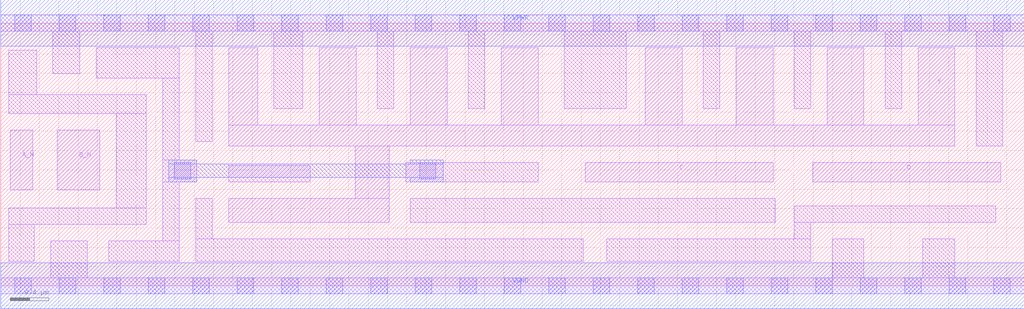
<source format=lef>
# Copyright 2020 The SkyWater PDK Authors
#
# Licensed under the Apache License, Version 2.0 (the "License");
# you may not use this file except in compliance with the License.
# You may obtain a copy of the License at
#
#     https://www.apache.org/licenses/LICENSE-2.0
#
# Unless required by applicable law or agreed to in writing, software
# distributed under the License is distributed on an "AS IS" BASIS,
# WITHOUT WARRANTIES OR CONDITIONS OF ANY KIND, either express or implied.
# See the License for the specific language governing permissions and
# limitations under the License.
#
# SPDX-License-Identifier: Apache-2.0

VERSION 5.7 ;
  NAMESCASESENSITIVE ON ;
  NOWIREEXTENSIONATPIN ON ;
  DIVIDERCHAR "/" ;
  BUSBITCHARS "[]" ;
UNITS
  DATABASE MICRONS 200 ;
END UNITS
PROPERTYDEFINITIONS
  MACRO maskLayoutSubType STRING ;
  MACRO prCellType STRING ;
  MACRO originalViewName STRING ;
END PROPERTYDEFINITIONS
MACRO sky130_fd_sc_hdll__nand4bb_4
  CLASS CORE ;
  FOREIGN sky130_fd_sc_hdll__nand4bb_4 ;
  ORIGIN  0.000000  0.000000 ;
  SIZE  10.58000 BY  2.720000 ;
  SYMMETRY X Y R90 ;
  SITE unithd ;
  PIN A_N
    ANTENNAGATEAREA  0.277500 ;
    DIRECTION INPUT ;
    USE SIGNAL ;
    PORT
      LAYER li1 ;
        RECT 0.100000 0.995000 0.330000 1.615000 ;
    END
  END A_N
  PIN B_N
    ANTENNAGATEAREA  0.277500 ;
    DIRECTION INPUT ;
    USE SIGNAL ;
    PORT
      LAYER li1 ;
        RECT 0.585000 0.995000 1.025000 1.615000 ;
    END
  END B_N
  PIN C
    ANTENNAGATEAREA  1.110000 ;
    DIRECTION INPUT ;
    USE SIGNAL ;
    PORT
      LAYER li1 ;
        RECT 6.045000 1.075000 7.985000 1.275000 ;
    END
  END C
  PIN D
    ANTENNAGATEAREA  1.110000 ;
    DIRECTION INPUT ;
    USE SIGNAL ;
    PORT
      LAYER li1 ;
        RECT 8.395000 1.075000 10.340000 1.275000 ;
    END
  END D
  PIN Y
    ANTENNADIFFAREA  2.736000 ;
    DIRECTION OUTPUT ;
    USE SIGNAL ;
    PORT
      LAYER li1 ;
        RECT 2.355000 0.655000 4.015000 0.905000 ;
        RECT 2.355000 1.445000 9.865000 1.665000 ;
        RECT 2.355000 1.665000 2.655000 2.465000 ;
        RECT 3.295000 1.665000 3.675000 2.465000 ;
        RECT 3.665000 0.905000 4.015000 1.445000 ;
        RECT 4.235000 1.665000 4.615000 2.465000 ;
        RECT 5.175000 1.665000 5.555000 2.465000 ;
        RECT 6.665000 1.665000 7.045000 2.465000 ;
        RECT 7.605000 1.665000 7.985000 2.465000 ;
        RECT 8.545000 1.665000 8.925000 2.465000 ;
        RECT 9.485000 1.665000 9.865000 2.465000 ;
    END
  END Y
  PIN VGND
    DIRECTION INOUT ;
    USE GROUND ;
    PORT
      LAYER met1 ;
        RECT 0.000000 -0.240000 10.580000 0.240000 ;
    END
  END VGND
  PIN VPWR
    DIRECTION INOUT ;
    USE POWER ;
    PORT
      LAYER met1 ;
        RECT 0.000000 2.480000 10.580000 2.960000 ;
    END
  END VPWR
  OBS
    LAYER li1 ;
      RECT  0.000000 -0.085000 10.580000 0.085000 ;
      RECT  0.000000  2.635000 10.580000 2.805000 ;
      RECT  0.085000  0.255000  0.345000 0.635000 ;
      RECT  0.085000  0.635000  1.505000 0.805000 ;
      RECT  0.085000  1.785000  1.505000 1.980000 ;
      RECT  0.085000  1.980000  0.370000 2.440000 ;
      RECT  0.515000  0.085000  0.895000 0.465000 ;
      RECT  0.540000  2.195000  0.815000 2.635000 ;
      RECT  0.985000  2.150000  1.845000 2.465000 ;
      RECT  1.115000  0.255000  1.845000 0.465000 ;
      RECT  1.195000  0.805000  1.505000 1.785000 ;
      RECT  1.675000  0.465000  1.845000 1.075000 ;
      RECT  1.675000  1.075000  2.025000 1.305000 ;
      RECT  1.675000  1.305000  1.845000 2.150000 ;
      RECT  2.015000  0.255000  6.025000 0.485000 ;
      RECT  2.015000  0.485000  2.185000 0.905000 ;
      RECT  2.015000  1.495000  2.185000 2.635000 ;
      RECT  2.355000  1.075000  3.200000 1.245000 ;
      RECT  2.825000  1.835000  3.125000 2.635000 ;
      RECT  3.895000  1.835000  4.065000 2.635000 ;
      RECT  4.185000  1.075000  5.555000 1.275000 ;
      RECT  4.235000  0.655000  8.010000 0.905000 ;
      RECT  4.835000  1.835000  5.005000 2.635000 ;
      RECT  5.825000  1.835000  6.465000 2.635000 ;
      RECT  6.265000  0.255000  8.375000 0.485000 ;
      RECT  7.265000  1.835000  7.435000 2.635000 ;
      RECT  8.205000  0.485000  8.375000 0.655000 ;
      RECT  8.205000  0.655000 10.285000 0.825000 ;
      RECT  8.205000  1.835000  8.375000 2.635000 ;
      RECT  8.595000  0.085000  8.925000 0.485000 ;
      RECT  9.145000  1.835000  9.315000 2.635000 ;
      RECT  9.535000  0.085000  9.865000 0.485000 ;
      RECT 10.085000  1.445000 10.360000 2.635000 ;
    LAYER mcon ;
      RECT  0.145000 -0.085000  0.315000 0.085000 ;
      RECT  0.145000  2.635000  0.315000 2.805000 ;
      RECT  0.605000 -0.085000  0.775000 0.085000 ;
      RECT  0.605000  2.635000  0.775000 2.805000 ;
      RECT  1.065000 -0.085000  1.235000 0.085000 ;
      RECT  1.065000  2.635000  1.235000 2.805000 ;
      RECT  1.525000 -0.085000  1.695000 0.085000 ;
      RECT  1.525000  2.635000  1.695000 2.805000 ;
      RECT  1.795000  1.105000  1.965000 1.275000 ;
      RECT  1.985000 -0.085000  2.155000 0.085000 ;
      RECT  1.985000  2.635000  2.155000 2.805000 ;
      RECT  2.445000 -0.085000  2.615000 0.085000 ;
      RECT  2.445000  2.635000  2.615000 2.805000 ;
      RECT  2.905000 -0.085000  3.075000 0.085000 ;
      RECT  2.905000  2.635000  3.075000 2.805000 ;
      RECT  3.365000 -0.085000  3.535000 0.085000 ;
      RECT  3.365000  2.635000  3.535000 2.805000 ;
      RECT  3.825000 -0.085000  3.995000 0.085000 ;
      RECT  3.825000  2.635000  3.995000 2.805000 ;
      RECT  4.285000 -0.085000  4.455000 0.085000 ;
      RECT  4.285000  2.635000  4.455000 2.805000 ;
      RECT  4.330000  1.105000  4.500000 1.275000 ;
      RECT  4.745000 -0.085000  4.915000 0.085000 ;
      RECT  4.745000  2.635000  4.915000 2.805000 ;
      RECT  5.205000 -0.085000  5.375000 0.085000 ;
      RECT  5.205000  2.635000  5.375000 2.805000 ;
      RECT  5.665000 -0.085000  5.835000 0.085000 ;
      RECT  5.665000  2.635000  5.835000 2.805000 ;
      RECT  6.125000 -0.085000  6.295000 0.085000 ;
      RECT  6.125000  2.635000  6.295000 2.805000 ;
      RECT  6.585000 -0.085000  6.755000 0.085000 ;
      RECT  6.585000  2.635000  6.755000 2.805000 ;
      RECT  7.045000 -0.085000  7.215000 0.085000 ;
      RECT  7.045000  2.635000  7.215000 2.805000 ;
      RECT  7.505000 -0.085000  7.675000 0.085000 ;
      RECT  7.505000  2.635000  7.675000 2.805000 ;
      RECT  7.965000 -0.085000  8.135000 0.085000 ;
      RECT  7.965000  2.635000  8.135000 2.805000 ;
      RECT  8.425000 -0.085000  8.595000 0.085000 ;
      RECT  8.425000  2.635000  8.595000 2.805000 ;
      RECT  8.885000 -0.085000  9.055000 0.085000 ;
      RECT  8.885000  2.635000  9.055000 2.805000 ;
      RECT  9.345000 -0.085000  9.515000 0.085000 ;
      RECT  9.345000  2.635000  9.515000 2.805000 ;
      RECT  9.805000 -0.085000  9.975000 0.085000 ;
      RECT  9.805000  2.635000  9.975000 2.805000 ;
      RECT 10.265000 -0.085000 10.435000 0.085000 ;
      RECT 10.265000  2.635000 10.435000 2.805000 ;
    LAYER met1 ;
      RECT 1.735000 1.075000 2.025000 1.120000 ;
      RECT 1.735000 1.120000 4.575000 1.260000 ;
      RECT 1.735000 1.260000 2.025000 1.305000 ;
      RECT 4.235000 1.075000 4.575000 1.120000 ;
      RECT 4.235000 1.260000 4.575000 1.305000 ;
  END
  PROPERTY maskLayoutSubType "abstract" ;
  PROPERTY prCellType "standard" ;
  PROPERTY originalViewName "layout" ;
END sky130_fd_sc_hdll__nand4bb_4
END LIBRARY

</source>
